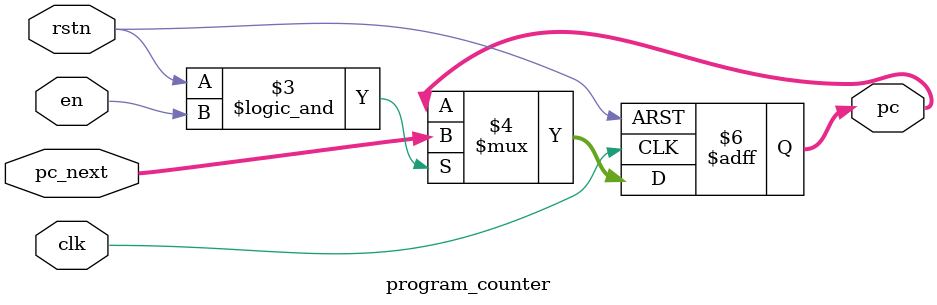
<source format=v>
module program_counter
  #(parameter DATA_WIDTH = 32)
  (
    input rstn,
    input en,
    input clk,
    input [DATA_WIDTH - 1 : 0] pc_next,
    output reg [DATA_WIDTH - 1 : 0] pc
  );

  always @(posedge clk or negedge rstn)
  begin
    if (!rstn)
    begin
      pc <= 0;
    end
    else if (rstn && en)
    begin
      pc <= pc_next;
    end
  end

endmodule
</source>
